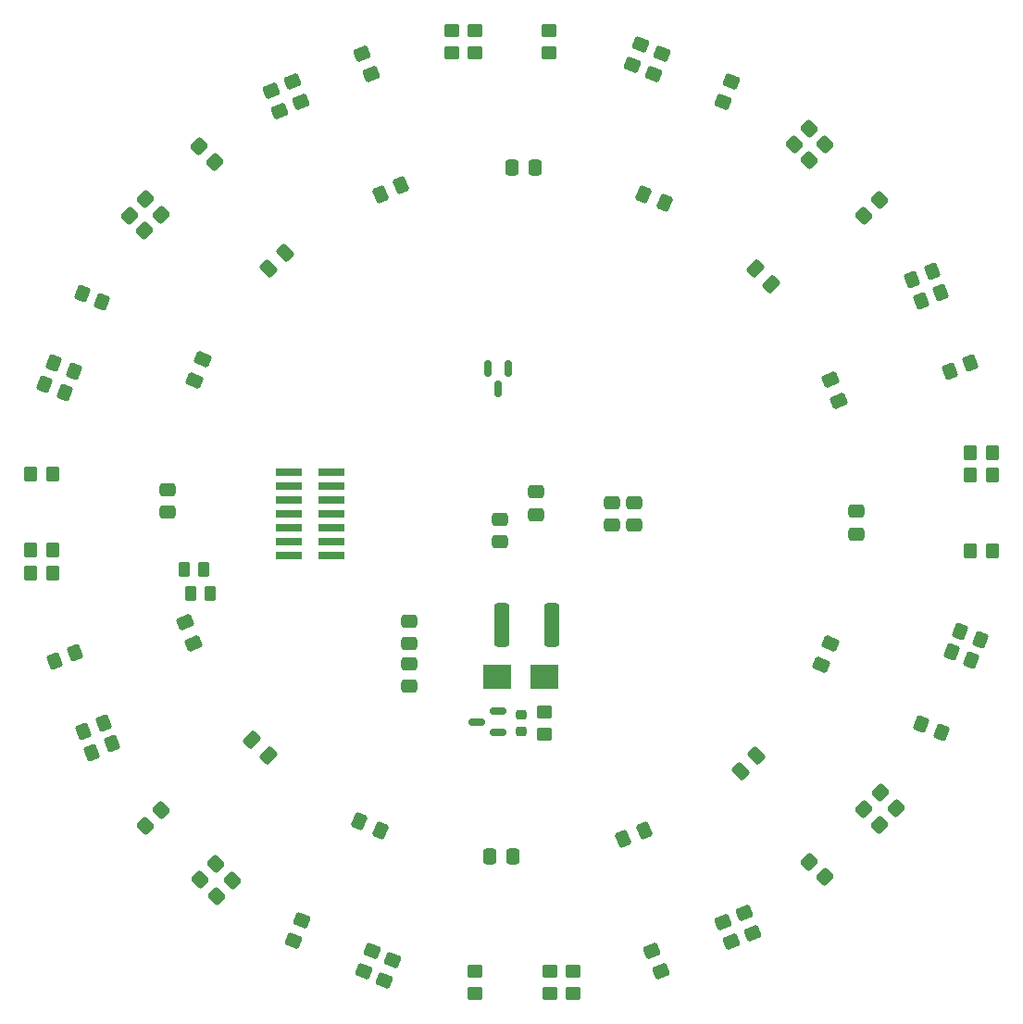
<source format=gtp>
G04 #@! TF.GenerationSoftware,KiCad,Pcbnew,(6.0.8)*
G04 #@! TF.CreationDate,2022-11-17T16:59:53+01:00*
G04 #@! TF.ProjectId,detection_pcb,64657465-6374-4696-9f6e-5f7063622e6b,rev?*
G04 #@! TF.SameCoordinates,Original*
G04 #@! TF.FileFunction,Paste,Top*
G04 #@! TF.FilePolarity,Positive*
%FSLAX46Y46*%
G04 Gerber Fmt 4.6, Leading zero omitted, Abs format (unit mm)*
G04 Created by KiCad (PCBNEW (6.0.8)) date 2022-11-17 16:59:53*
%MOMM*%
%LPD*%
G01*
G04 APERTURE LIST*
G04 Aperture macros list*
%AMRoundRect*
0 Rectangle with rounded corners*
0 $1 Rounding radius*
0 $2 $3 $4 $5 $6 $7 $8 $9 X,Y pos of 4 corners*
0 Add a 4 corners polygon primitive as box body*
4,1,4,$2,$3,$4,$5,$6,$7,$8,$9,$2,$3,0*
0 Add four circle primitives for the rounded corners*
1,1,$1+$1,$2,$3*
1,1,$1+$1,$4,$5*
1,1,$1+$1,$6,$7*
1,1,$1+$1,$8,$9*
0 Add four rect primitives between the rounded corners*
20,1,$1+$1,$2,$3,$4,$5,0*
20,1,$1+$1,$4,$5,$6,$7,0*
20,1,$1+$1,$6,$7,$8,$9,0*
20,1,$1+$1,$8,$9,$2,$3,0*%
G04 Aperture macros list end*
%ADD10RoundRect,0.250000X0.450000X-0.350000X0.450000X0.350000X-0.450000X0.350000X-0.450000X-0.350000X0*%
%ADD11RoundRect,0.250000X-0.574524X-0.097227X-0.097227X-0.574524X0.574524X0.097227X0.097227X0.574524X0*%
%ADD12RoundRect,0.250000X0.565685X0.070711X0.070711X0.565685X-0.565685X-0.070711X-0.070711X-0.565685X0*%
%ADD13RoundRect,0.250000X-0.475000X0.337500X-0.475000X-0.337500X0.475000X-0.337500X0.475000X0.337500X0*%
%ADD14RoundRect,0.250000X-0.565685X-0.070711X-0.070711X-0.565685X0.565685X0.070711X0.070711X0.565685X0*%
%ADD15RoundRect,0.250000X0.549685X-0.151150X0.281807X0.495565X-0.549685X0.151150X-0.281807X-0.495565X0*%
%ADD16RoundRect,0.250000X0.567998X-0.130035X0.309687X0.493584X-0.567998X0.130035X-0.309687X-0.493584X0*%
%ADD17RoundRect,0.250000X-0.070711X0.565685X-0.565685X0.070711X0.070711X-0.565685X0.565685X-0.070711X0*%
%ADD18RoundRect,0.250000X-0.281807X0.495565X-0.549685X-0.151150X0.281807X-0.495565X0.549685X0.151150X0*%
%ADD19RoundRect,0.250000X-0.151150X-0.549685X0.495565X-0.281807X0.151150X0.549685X-0.495565X0.281807X0*%
%ADD20RoundRect,0.250000X0.475000X-0.337500X0.475000X0.337500X-0.475000X0.337500X-0.475000X-0.337500X0*%
%ADD21RoundRect,0.250000X0.281807X-0.495565X0.549685X0.151150X-0.281807X0.495565X-0.549685X-0.151150X0*%
%ADD22RoundRect,0.250000X-0.450000X0.350000X-0.450000X-0.350000X0.450000X-0.350000X0.450000X0.350000X0*%
%ADD23RoundRect,0.250000X0.070711X-0.565685X0.565685X-0.070711X-0.070711X0.565685X-0.565685X0.070711X0*%
%ADD24RoundRect,0.250000X-0.567998X0.130035X-0.309687X-0.493584X0.567998X-0.130035X0.309687X0.493584X0*%
%ADD25RoundRect,0.250000X0.309687X-0.493584X0.567998X0.130035X-0.309687X0.493584X-0.567998X-0.130035X0*%
%ADD26RoundRect,0.250000X0.337500X0.475000X-0.337500X0.475000X-0.337500X-0.475000X0.337500X-0.475000X0*%
%ADD27RoundRect,0.250000X0.574524X0.097227X0.097227X0.574524X-0.574524X-0.097227X-0.097227X-0.574524X0*%
%ADD28RoundRect,0.150000X0.587500X0.150000X-0.587500X0.150000X-0.587500X-0.150000X0.587500X-0.150000X0*%
%ADD29RoundRect,0.250000X-0.337500X-0.475000X0.337500X-0.475000X0.337500X0.475000X-0.337500X0.475000X0*%
%ADD30RoundRect,0.250000X0.495565X0.281807X-0.151150X0.549685X-0.495565X-0.281807X0.151150X-0.549685X0*%
%ADD31RoundRect,0.250000X-0.495565X-0.281807X0.151150X-0.549685X0.495565X0.281807X-0.151150X0.549685X0*%
%ADD32RoundRect,0.150000X-0.150000X0.587500X-0.150000X-0.587500X0.150000X-0.587500X0.150000X0.587500X0*%
%ADD33RoundRect,0.250000X-0.493584X-0.309687X0.130035X-0.567998X0.493584X0.309687X-0.130035X0.567998X0*%
%ADD34RoundRect,0.250000X0.493584X0.309687X-0.130035X0.567998X-0.493584X-0.309687X0.130035X-0.567998X0*%
%ADD35RoundRect,0.250000X-0.262500X-0.450000X0.262500X-0.450000X0.262500X0.450000X-0.262500X0.450000X0*%
%ADD36R,2.400000X0.740000*%
%ADD37RoundRect,0.250000X-0.097227X0.574524X-0.574524X0.097227X0.097227X-0.574524X0.574524X-0.097227X0*%
%ADD38R,2.500000X2.300000*%
%ADD39RoundRect,0.250000X0.151150X0.549685X-0.495565X0.281807X-0.151150X-0.549685X0.495565X-0.281807X0*%
%ADD40RoundRect,0.218750X-0.256250X0.218750X-0.256250X-0.218750X0.256250X-0.218750X0.256250X0.218750X0*%
%ADD41RoundRect,0.250000X-0.350000X-0.450000X0.350000X-0.450000X0.350000X0.450000X-0.350000X0.450000X0*%
%ADD42RoundRect,0.250000X0.350000X0.450000X-0.350000X0.450000X-0.350000X-0.450000X0.350000X-0.450000X0*%
%ADD43RoundRect,0.250000X-0.309687X0.493584X-0.567998X-0.130035X0.309687X-0.493584X0.567998X0.130035X0*%
%ADD44RoundRect,0.250000X-0.549685X0.151150X-0.281807X-0.495565X0.549685X-0.151150X0.281807X0.495565X0*%
%ADD45RoundRect,0.249750X-0.425250X-1.750250X0.425250X-1.750250X0.425250X1.750250X-0.425250X1.750250X0*%
%ADD46RoundRect,0.250000X0.130035X0.567998X-0.493584X0.309687X-0.130035X-0.567998X0.493584X-0.309687X0*%
%ADD47RoundRect,0.250000X-0.130035X-0.567998X0.493584X-0.309687X0.130035X0.567998X-0.493584X0.309687X0*%
%ADD48RoundRect,0.250000X0.097227X-0.574524X0.574524X-0.097227X-0.097227X0.574524X-0.574524X0.097227X0*%
%ADD49RoundRect,0.250000X0.262500X0.450000X-0.262500X0.450000X-0.262500X-0.450000X0.262500X-0.450000X0*%
G04 APERTURE END LIST*
D10*
X144500000Y-60000000D03*
X144500000Y-58000000D03*
D11*
X126232754Y-122832754D03*
X127700000Y-124300000D03*
D12*
X117907107Y-74807107D03*
X116492893Y-73392893D03*
D13*
X161200000Y-101162500D03*
X161200000Y-103237500D03*
D14*
X183692893Y-127692893D03*
X185107107Y-129107107D03*
D15*
X163582683Y-144023880D03*
X162817317Y-142176120D03*
D16*
X179897034Y-91858525D03*
X179102966Y-89941475D03*
D13*
X140600000Y-111962500D03*
X140600000Y-114037500D03*
D17*
X124407107Y-135692893D03*
X122992893Y-137107107D03*
D18*
X139082683Y-142976120D03*
X138317317Y-144823880D03*
D19*
X108176120Y-115682683D03*
X110023880Y-114917317D03*
D20*
X181500000Y-104037500D03*
X181500000Y-101962500D03*
D15*
X130682683Y-64523880D03*
X129917317Y-62676120D03*
D21*
X161017317Y-61123880D03*
X161782683Y-59276120D03*
D13*
X159100000Y-101162500D03*
X159100000Y-103237500D03*
D10*
X146600000Y-146000000D03*
X146600000Y-144000000D03*
D22*
X153500000Y-144000000D03*
X153500000Y-146000000D03*
D23*
X177192893Y-69807107D03*
X178607107Y-68392893D03*
D24*
X120102966Y-112078975D03*
X120897034Y-113996025D03*
D14*
X121392893Y-68592893D03*
X122807107Y-70007107D03*
D25*
X178302966Y-115958525D03*
X179097034Y-114041475D03*
D21*
X162917317Y-61923880D03*
X163682683Y-60076120D03*
D22*
X155600000Y-144000000D03*
X155600000Y-146000000D03*
D17*
X122907107Y-134192893D03*
X121492893Y-135607107D03*
D26*
X152100000Y-70500000D03*
X150025000Y-70500000D03*
D20*
X140600000Y-117937500D03*
X140600000Y-115862500D03*
D27*
X173733623Y-81196123D03*
X172266377Y-79728877D03*
D28*
X148687500Y-122150000D03*
X148687500Y-120250000D03*
X146812500Y-121200000D03*
D22*
X153400000Y-58000000D03*
X153400000Y-60000000D03*
D29*
X147962500Y-133500000D03*
X150037500Y-133500000D03*
D30*
X109923880Y-89182683D03*
X108076120Y-88417317D03*
D12*
X178607107Y-135407107D03*
X177192893Y-133992893D03*
D31*
X190176120Y-114817317D03*
X192023880Y-115582683D03*
D23*
X116492893Y-130707107D03*
X117907107Y-129292893D03*
D17*
X183607107Y-73485786D03*
X182192893Y-74900000D03*
D32*
X149650000Y-88862500D03*
X147750000Y-88862500D03*
X148700000Y-90737500D03*
D10*
X146600000Y-60000000D03*
X146600000Y-58000000D03*
D33*
X136041475Y-130302966D03*
X137958525Y-131097034D03*
D34*
X163958525Y-73734534D03*
X162041475Y-72940466D03*
D35*
X120587500Y-109500000D03*
X122412500Y-109500000D03*
D10*
X152950000Y-122300000D03*
X152950000Y-120300000D03*
D23*
X175792893Y-68407107D03*
X177207107Y-66992893D03*
D21*
X130017317Y-141223880D03*
X130782683Y-139376120D03*
D36*
X129550000Y-98390000D03*
X133450000Y-98390000D03*
X129550000Y-99660000D03*
X133450000Y-99660000D03*
X129550000Y-100930000D03*
X133450000Y-100930000D03*
X129550000Y-102200000D03*
X133450000Y-102200000D03*
X129550000Y-103470000D03*
X133450000Y-103470000D03*
X129550000Y-104740000D03*
X133450000Y-104740000D03*
X129550000Y-106010000D03*
X133450000Y-106010000D03*
D13*
X152200000Y-100162500D03*
X152200000Y-102237500D03*
D37*
X129233623Y-78266377D03*
X127766377Y-79733623D03*
D30*
X189300000Y-122200000D03*
X187452240Y-121434634D03*
D38*
X148650000Y-117100000D03*
X152950000Y-117100000D03*
D39*
X191923880Y-88417317D03*
X190076120Y-89182683D03*
D40*
X150850000Y-120512500D03*
X150850000Y-122087500D03*
D41*
X191900000Y-98600000D03*
X193900000Y-98600000D03*
D14*
X182192893Y-129192893D03*
X183607107Y-130607107D03*
D42*
X108000000Y-105500000D03*
X106000000Y-105500000D03*
D43*
X121734534Y-88041475D03*
X120940466Y-89958525D03*
D44*
X171217317Y-138676120D03*
X171982683Y-140523880D03*
D41*
X191900000Y-105600000D03*
X193900000Y-105600000D03*
D13*
X118500000Y-99962500D03*
X118500000Y-102037500D03*
D12*
X116407107Y-76307107D03*
X114992893Y-74892893D03*
D44*
X136317317Y-60076120D03*
X137082683Y-61923880D03*
D45*
X149100000Y-112300000D03*
X153600000Y-112300000D03*
D46*
X139858525Y-72140466D03*
X137941475Y-72934534D03*
D19*
X187376120Y-82682683D03*
X189223880Y-81917317D03*
X186576120Y-80782683D03*
X188423880Y-80017317D03*
D31*
X190976120Y-112917317D03*
X192823880Y-113682683D03*
D18*
X170082683Y-62676120D03*
X169317317Y-64523880D03*
D42*
X108000000Y-107600000D03*
X106000000Y-107600000D03*
D41*
X106000000Y-98500000D03*
X108000000Y-98500000D03*
D47*
X160141475Y-131897034D03*
X162058525Y-131102966D03*
D31*
X110676120Y-82017317D03*
X112523880Y-82782683D03*
D41*
X191900000Y-96600000D03*
X193900000Y-96600000D03*
D13*
X148850000Y-102662500D03*
X148850000Y-104737500D03*
D18*
X137182683Y-142176120D03*
X136417317Y-144023880D03*
D30*
X109123880Y-91082683D03*
X107276120Y-90317317D03*
D48*
X170866377Y-125733623D03*
X172333623Y-124266377D03*
D15*
X128782683Y-65323880D03*
X128017317Y-63476120D03*
D39*
X112623880Y-121317317D03*
X110776120Y-122082683D03*
D49*
X121812500Y-107300000D03*
X119987500Y-107300000D03*
D39*
X113423880Y-123217317D03*
X111576120Y-123982683D03*
D44*
X169317317Y-139476120D03*
X170082683Y-141323880D03*
M02*

</source>
